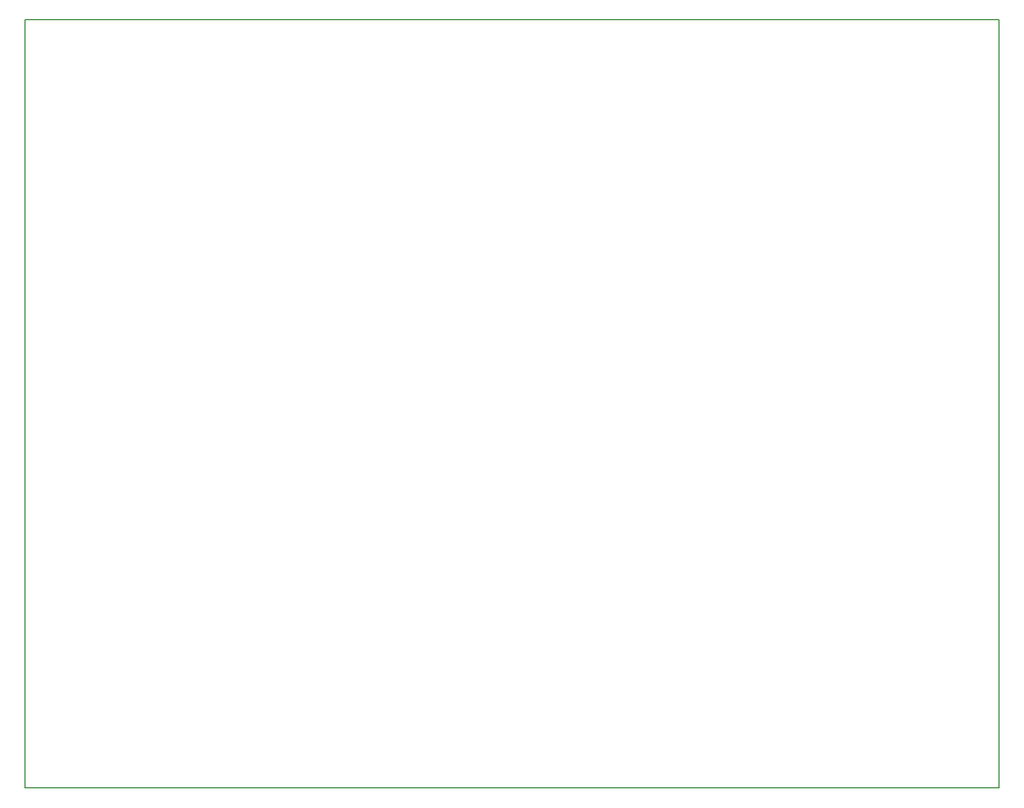
<source format=gm1>
G04 #@! TF.GenerationSoftware,KiCad,Pcbnew,(7.0.0)*
G04 #@! TF.CreationDate,2023-12-21T14:48:03-05:00*
G04 #@! TF.ProjectId,luminator,6c756d69-6e61-4746-9f72-2e6b69636164,rev?*
G04 #@! TF.SameCoordinates,Original*
G04 #@! TF.FileFunction,Profile,NP*
%FSLAX46Y46*%
G04 Gerber Fmt 4.6, Leading zero omitted, Abs format (unit mm)*
G04 Created by KiCad (PCBNEW (7.0.0)) date 2023-12-21 14:48:03*
%MOMM*%
%LPD*%
G01*
G04 APERTURE LIST*
G04 #@! TA.AperFunction,Profile*
%ADD10C,0.200000*%
G04 #@! TD*
G04 APERTURE END LIST*
D10*
X46405800Y-28041600D02*
X184988200Y-28041600D01*
X184988200Y-28041600D02*
X184988200Y-137363200D01*
X184988200Y-137363200D02*
X46405800Y-137363200D01*
X46405800Y-137363200D02*
X46405800Y-28041600D01*
M02*

</source>
